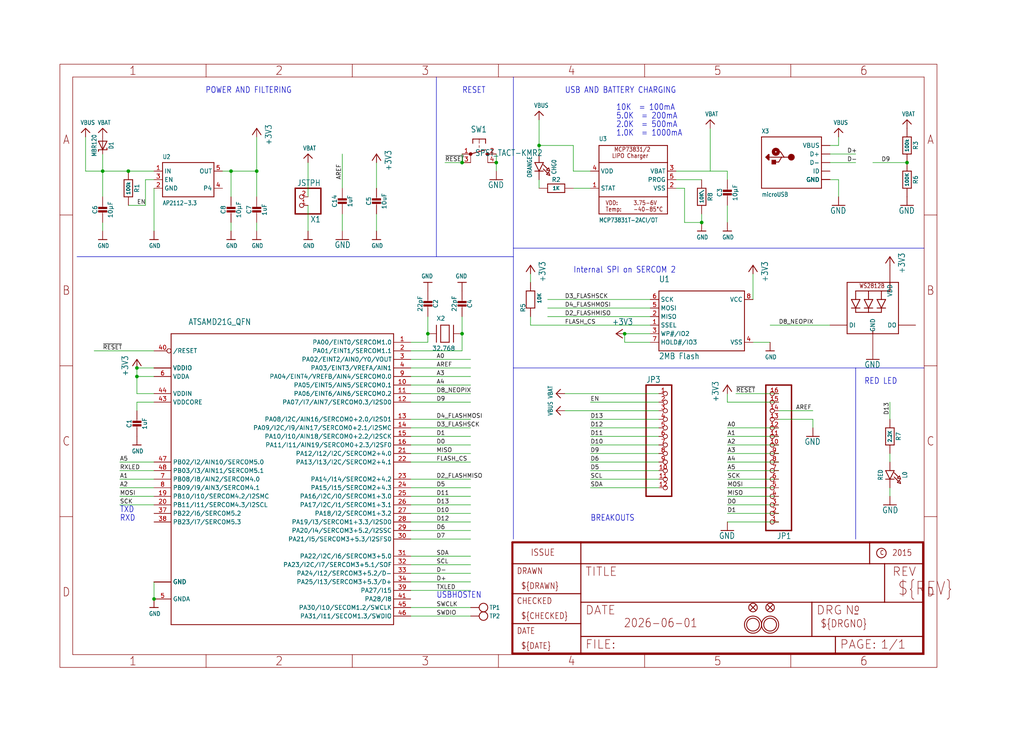
<source format=kicad_sch>
(kicad_sch (version 20230121) (generator eeschema)
  (paper "User" 303.962 217.322)
  (junction (at 160.02 43.18))
  (junction (at 269.24 48.26))
  (junction (at 40.64 109.22))
  (junction (at 137.16 48.26))
  (junction (at 147.32 48.26))
  (junction (at 208.28 66.04))
  (junction (at 127 99.06))
  (junction (at 68.58 50.8))
  (junction (at 30.48 50.8))
  (junction (at 40.64 111.76))
  (junction (at 45.72 177.8))
  (junction (at 38.1 50.8))
  (junction (at 185.42 99.06))
  (junction (at 137.16 99.06))
  (junction (at 76.2 50.8))
  (wire (pts (xy 193.04 88.9) (xy 162.56 88.9)) (stroke (width 0.1524)))
  (wire (pts (xy 121.92 165.1) (xy 139.7 165.1)) (stroke (width 0.1524)))
  (wire (pts (xy 45.72 104.14) (xy 27.94 104.14)) (stroke (width 0.1524)))
  (wire (pts (xy 91.44 48.26) (xy 91.44 58.42)) (stroke (width 0.1524)))
  (wire (pts (xy 121.92 167.64) (xy 139.7 167.64)) (stroke (width 0.1524)))
  (wire (pts (xy 121.92 149.86) (xy 139.7 149.86)) (stroke (width 0.1524)))
  (wire (pts (xy 248.92 43.18) (xy 248.92 40.64)) (stroke (width 0.1524)))
  (wire (pts (xy 264.16 144.78) (xy 264.16 147.32)) (stroke (width 0.1524)))
  (wire (pts (xy 127 101.6) (xy 127 99.06)) (stroke (width 0.1524)))
  (wire (pts (xy 68.58 66.04) (xy 68.58 68.58)) (stroke (width 0.1524)))
  (wire (pts (xy 210.82 38.1) (xy 210.82 50.8)) (stroke (width 0.1524)))
  (wire (pts (xy 121.92 137.16) (xy 139.7 137.16)) (stroke (width 0.1524)))
  (wire (pts (xy 76.2 50.8) (xy 76.2 58.42)) (stroke (width 0.1524)))
  (wire (pts (xy 137.16 99.06) (xy 137.16 93.98)) (stroke (width 0.1524)))
  (wire (pts (xy 91.44 68.58) (xy 91.44 60.96)) (stroke (width 0.1524)))
  (wire (pts (xy 132.08 48.26) (xy 137.16 48.26)) (stroke (width 0.1524)))
  (wire (pts (xy 175.26 137.16) (xy 195.58 137.16)) (stroke (width 0.1524)))
  (wire (pts (xy 147.32 50.8) (xy 147.32 48.26)) (stroke (width 0.1524)))
  (wire (pts (xy 121.92 157.48) (xy 139.7 157.48)) (stroke (width 0.1524)))
  (wire (pts (xy 40.64 111.76) (xy 40.64 109.22)) (stroke (width 0.1524)))
  (wire (pts (xy 210.82 50.8) (xy 200.66 50.8)) (stroke (width 0.1524)))
  (wire (pts (xy 200.66 53.34) (xy 208.28 53.34)) (stroke (width 0.1524)))
  (polyline (pts (xy 274.32 73.66) (xy 152.4 73.66)) (stroke (width 0.1524) (type solid)))
  (wire (pts (xy 66.04 50.8) (xy 68.58 50.8)) (stroke (width 0.1524)))
  (wire (pts (xy 241.3 124.46) (xy 241.3 127)) (stroke (width 0.1524)))
  (wire (pts (xy 231.14 127) (xy 215.9 127)) (stroke (width 0.1524)))
  (wire (pts (xy 248.92 53.34) (xy 248.92 58.42)) (stroke (width 0.1524)))
  (wire (pts (xy 111.76 68.58) (xy 111.76 63.5)) (stroke (width 0.1524)))
  (wire (pts (xy 137.16 48.26) (xy 137.16 45.72)) (stroke (width 0.1524)))
  (wire (pts (xy 162.56 91.44) (xy 193.04 91.44)) (stroke (width 0.1524)))
  (wire (pts (xy 246.38 96.52) (xy 228.6 96.52)) (stroke (width 0.1524)))
  (polyline (pts (xy 129.54 76.2) (xy 129.54 22.86)) (stroke (width 0.1524) (type solid)))
  (wire (pts (xy 175.26 132.08) (xy 195.58 132.08)) (stroke (width 0.1524)))
  (wire (pts (xy 38.1 50.8) (xy 30.48 50.8)) (stroke (width 0.1524)))
  (wire (pts (xy 195.58 142.24) (xy 175.26 142.24)) (stroke (width 0.1524)))
  (wire (pts (xy 193.04 99.06) (xy 185.42 99.06)) (stroke (width 0.1524)))
  (wire (pts (xy 43.18 53.34) (xy 45.72 53.34)) (stroke (width 0.1524)))
  (wire (pts (xy 111.76 55.88) (xy 111.76 48.26)) (stroke (width 0.1524)))
  (wire (pts (xy 167.64 116.84) (xy 195.58 116.84)) (stroke (width 0.1524)))
  (wire (pts (xy 45.72 172.72) (xy 45.72 177.8)) (stroke (width 0.1524)))
  (wire (pts (xy 139.7 144.78) (xy 121.92 144.78)) (stroke (width 0.1524)))
  (wire (pts (xy 40.64 116.84) (xy 40.64 111.76)) (stroke (width 0.1524)))
  (wire (pts (xy 215.9 116.84) (xy 215.9 119.38)) (stroke (width 0.1524)))
  (wire (pts (xy 45.72 111.76) (xy 40.64 111.76)) (stroke (width 0.1524)))
  (wire (pts (xy 121.92 109.22) (xy 139.7 109.22)) (stroke (width 0.1524)))
  (wire (pts (xy 170.18 55.88) (xy 175.26 55.88)) (stroke (width 0.1524)))
  (wire (pts (xy 139.7 132.08) (xy 121.92 132.08)) (stroke (width 0.1524)))
  (wire (pts (xy 45.72 142.24) (xy 35.56 142.24)) (stroke (width 0.1524)))
  (wire (pts (xy 45.72 137.16) (xy 35.56 137.16)) (stroke (width 0.1524)))
  (wire (pts (xy 231.14 132.08) (xy 215.9 132.08)) (stroke (width 0.1524)))
  (wire (pts (xy 215.9 50.8) (xy 210.82 50.8)) (stroke (width 0.1524)))
  (polyline (pts (xy 152.4 109.22) (xy 152.4 76.2)) (stroke (width 0.1524) (type solid)))
  (wire (pts (xy 101.6 63.5) (xy 101.6 68.58)) (stroke (width 0.1524)))
  (wire (pts (xy 30.48 50.8) (xy 30.48 58.42)) (stroke (width 0.1524)))
  (wire (pts (xy 121.92 175.26) (xy 139.7 175.26)) (stroke (width 0.1524)))
  (polyline (pts (xy 254 160.02) (xy 254 109.22)) (stroke (width 0.1524) (type solid)))
  (wire (pts (xy 68.58 58.42) (xy 68.58 50.8)) (stroke (width 0.1524)))
  (wire (pts (xy 121.92 134.62) (xy 139.7 134.62)) (stroke (width 0.1524)))
  (wire (pts (xy 215.9 154.94) (xy 231.14 154.94)) (stroke (width 0.1524)))
  (wire (pts (xy 203.2 55.88) (xy 203.2 66.04)) (stroke (width 0.1524)))
  (wire (pts (xy 208.28 63.5) (xy 208.28 66.04)) (stroke (width 0.1524)))
  (wire (pts (xy 76.2 50.8) (xy 76.2 40.64)) (stroke (width 0.1524)))
  (polyline (pts (xy 254 109.22) (xy 152.4 109.22)) (stroke (width 0.1524) (type solid)))
  (wire (pts (xy 246.38 45.72) (xy 254 45.72)) (stroke (width 0.1524)))
  (polyline (pts (xy 152.4 73.66) (xy 152.4 76.2)) (stroke (width 0.1524) (type solid)))
  (wire (pts (xy 139.7 182.88) (xy 121.92 182.88)) (stroke (width 0.1524)))
  (wire (pts (xy 170.18 43.18) (xy 170.18 50.8)) (stroke (width 0.1524)))
  (wire (pts (xy 215.9 53.34) (xy 215.9 50.8)) (stroke (width 0.1524)))
  (wire (pts (xy 45.72 147.32) (xy 35.56 147.32)) (stroke (width 0.1524)))
  (wire (pts (xy 121.92 180.34) (xy 139.7 180.34)) (stroke (width 0.1524)))
  (wire (pts (xy 246.38 53.34) (xy 248.92 53.34)) (stroke (width 0.1524)))
  (wire (pts (xy 215.9 147.32) (xy 231.14 147.32)) (stroke (width 0.1524)))
  (wire (pts (xy 35.56 144.78) (xy 45.72 144.78)) (stroke (width 0.1524)))
  (wire (pts (xy 76.2 66.04) (xy 76.2 68.58)) (stroke (width 0.1524)))
  (polyline (pts (xy 274.32 109.22) (xy 254 109.22)) (stroke (width 0.1524) (type solid)))
  (wire (pts (xy 231.14 137.16) (xy 215.9 137.16)) (stroke (width 0.1524)))
  (wire (pts (xy 121.92 142.24) (xy 139.7 142.24)) (stroke (width 0.1524)))
  (wire (pts (xy 195.58 129.54) (xy 175.26 129.54)) (stroke (width 0.1524)))
  (wire (pts (xy 45.72 139.7) (xy 35.56 139.7)) (stroke (width 0.1524)))
  (wire (pts (xy 35.56 149.86) (xy 45.72 149.86)) (stroke (width 0.1524)))
  (wire (pts (xy 170.18 50.8) (xy 175.26 50.8)) (stroke (width 0.1524)))
  (wire (pts (xy 185.42 99.06) (xy 185.42 101.6)) (stroke (width 0.1524)))
  (wire (pts (xy 25.4 40.64) (xy 25.4 50.8)) (stroke (width 0.1524)))
  (wire (pts (xy 231.14 149.86) (xy 215.9 149.86)) (stroke (width 0.1524)))
  (polyline (pts (xy 152.4 73.66) (xy 152.4 22.86)) (stroke (width 0.1524) (type solid)))
  (wire (pts (xy 40.64 119.38) (xy 40.64 121.92)) (stroke (width 0.1524)))
  (wire (pts (xy 157.48 96.52) (xy 193.04 96.52)) (stroke (width 0.1524)))
  (polyline (pts (xy 22.86 76.2) (xy 129.54 76.2)) (stroke (width 0.1524) (type solid)))
  (wire (pts (xy 193.04 93.98) (xy 162.56 93.98)) (stroke (width 0.1524)))
  (wire (pts (xy 200.66 55.88) (xy 203.2 55.88)) (stroke (width 0.1524)))
  (wire (pts (xy 25.4 50.8) (xy 30.48 50.8)) (stroke (width 0.1524)))
  (wire (pts (xy 147.32 45.72) (xy 147.32 48.26)) (stroke (width 0.1524)))
  (wire (pts (xy 45.72 116.84) (xy 40.64 116.84)) (stroke (width 0.1524)))
  (wire (pts (xy 121.92 119.38) (xy 139.7 119.38)) (stroke (width 0.1524)))
  (wire (pts (xy 160.02 45.72) (xy 160.02 43.18)) (stroke (width 0.1524)))
  (wire (pts (xy 127 93.98) (xy 127 99.06)) (stroke (width 0.1524)))
  (wire (pts (xy 121.92 147.32) (xy 139.7 147.32)) (stroke (width 0.1524)))
  (wire (pts (xy 45.72 109.22) (xy 40.64 109.22)) (stroke (width 0.1524)))
  (wire (pts (xy 45.72 55.88) (xy 45.72 68.58)) (stroke (width 0.1524)))
  (wire (pts (xy 264.16 134.62) (xy 264.16 137.16)) (stroke (width 0.1524)))
  (wire (pts (xy 139.7 114.3) (xy 121.92 114.3)) (stroke (width 0.1524)))
  (wire (pts (xy 121.92 154.94) (xy 139.7 154.94)) (stroke (width 0.1524)))
  (wire (pts (xy 215.9 139.7) (xy 231.14 139.7)) (stroke (width 0.1524)))
  (wire (pts (xy 101.6 55.88) (xy 101.6 45.72)) (stroke (width 0.1524)))
  (wire (pts (xy 231.14 116.84) (xy 218.44 116.84)) (stroke (width 0.1524)))
  (wire (pts (xy 160.02 35.56) (xy 160.02 43.18)) (stroke (width 0.1524)))
  (wire (pts (xy 68.58 50.8) (xy 76.2 50.8)) (stroke (width 0.1524)))
  (wire (pts (xy 175.26 119.38) (xy 195.58 119.38)) (stroke (width 0.1524)))
  (wire (pts (xy 139.7 124.46) (xy 121.92 124.46)) (stroke (width 0.1524)))
  (wire (pts (xy 121.92 111.76) (xy 139.7 111.76)) (stroke (width 0.1524)))
  (wire (pts (xy 231.14 142.24) (xy 215.9 142.24)) (stroke (width 0.1524)))
  (wire (pts (xy 215.9 152.4) (xy 231.14 152.4)) (stroke (width 0.1524)))
  (wire (pts (xy 203.2 66.04) (xy 208.28 66.04)) (stroke (width 0.1524)))
  (wire (pts (xy 121.92 170.18) (xy 139.7 170.18)) (stroke (width 0.1524)))
  (wire (pts (xy 45.72 119.38) (xy 40.64 119.38)) (stroke (width 0.1524)))
  (wire (pts (xy 157.48 93.98) (xy 157.48 96.52)) (stroke (width 0.1524)))
  (wire (pts (xy 45.72 50.8) (xy 38.1 50.8)) (stroke (width 0.1524)))
  (wire (pts (xy 264.16 124.46) (xy 264.16 119.38)) (stroke (width 0.1524)))
  (wire (pts (xy 223.52 81.28) (xy 223.52 88.9)) (stroke (width 0.1524)))
  (polyline (pts (xy 152.4 160.02) (xy 152.4 109.22)) (stroke (width 0.1524) (type solid)))
  (wire (pts (xy 121.92 127) (xy 139.7 127)) (stroke (width 0.1524)))
  (wire (pts (xy 38.1 60.96) (xy 43.18 60.96)) (stroke (width 0.1524)))
  (wire (pts (xy 30.48 66.04) (xy 30.48 68.58)) (stroke (width 0.1524)))
  (wire (pts (xy 269.24 48.26) (xy 259.08 48.26)) (stroke (width 0.1524)))
  (wire (pts (xy 195.58 139.7) (xy 175.26 139.7)) (stroke (width 0.1524)))
  (wire (pts (xy 157.48 81.28) (xy 157.48 83.82)) (stroke (width 0.1524)))
  (wire (pts (xy 160.02 43.18) (xy 170.18 43.18)) (stroke (width 0.1524)))
  (wire (pts (xy 195.58 121.92) (xy 167.64 121.92)) (stroke (width 0.1524)))
  (wire (pts (xy 139.7 172.72) (xy 121.92 172.72)) (stroke (width 0.1524)))
  (wire (pts (xy 228.6 101.6) (xy 223.52 101.6)) (stroke (width 0.1524)))
  (wire (pts (xy 30.48 45.72) (xy 30.48 50.8)) (stroke (width 0.1524)))
  (wire (pts (xy 121.92 106.68) (xy 139.7 106.68)) (stroke (width 0.1524)))
  (wire (pts (xy 121.92 104.14) (xy 137.16 104.14)) (stroke (width 0.1524)))
  (wire (pts (xy 195.58 124.46) (xy 175.26 124.46)) (stroke (width 0.1524)))
  (wire (pts (xy 139.7 152.4) (xy 121.92 152.4)) (stroke (width 0.1524)))
  (wire (pts (xy 121.92 116.84) (xy 139.7 116.84)) (stroke (width 0.1524)))
  (wire (pts (xy 121.92 129.54) (xy 139.7 129.54)) (stroke (width 0.1524)))
  (wire (pts (xy 231.14 124.46) (xy 241.3 124.46)) (stroke (width 0.1524)))
  (wire (pts (xy 215.9 119.38) (xy 231.14 119.38)) (stroke (width 0.1524)))
  (polyline (pts (xy 152.4 76.2) (xy 129.54 76.2)) (stroke (width 0.1524) (type solid)))
  (wire (pts (xy 185.42 101.6) (xy 193.04 101.6)) (stroke (width 0.1524)))
  (wire (pts (xy 215.9 134.62) (xy 231.14 134.62)) (stroke (width 0.1524)))
  (wire (pts (xy 231.14 144.78) (xy 215.9 144.78)) (stroke (width 0.1524)))
  (wire (pts (xy 175.26 127) (xy 195.58 127)) (stroke (width 0.1524)))
  (wire (pts (xy 43.18 60.96) (xy 43.18 53.34)) (stroke (width 0.1524)))
  (wire (pts (xy 246.38 43.18) (xy 248.92 43.18)) (stroke (width 0.1524)))
  (wire (pts (xy 137.16 104.14) (xy 137.16 99.06)) (stroke (width 0.1524)))
  (wire (pts (xy 215.9 129.54) (xy 231.14 129.54)) (stroke (width 0.1524)))
  (wire (pts (xy 160.02 53.34) (xy 160.02 55.88)) (stroke (width 0.1524)))
  (wire (pts (xy 215.9 60.96) (xy 215.9 66.04)) (stroke (width 0.1524)))
  (wire (pts (xy 231.14 121.92) (xy 241.3 121.92)) (stroke (width 0.1524)))
  (wire (pts (xy 121.92 101.6) (xy 127 101.6)) (stroke (width 0.1524)))
  (wire (pts (xy 254 48.26) (xy 246.38 48.26)) (stroke (width 0.1524)))
  (wire (pts (xy 195.58 134.62) (xy 175.26 134.62)) (stroke (width 0.1524)))
  (wire (pts (xy 175.26 144.78) (xy 195.58 144.78)) (stroke (width 0.1524)))
  (wire (pts (xy 121.92 160.02) (xy 139.7 160.02)) (stroke (width 0.1524)))
  (text "2.0K  = 500mA" (at 182.88 38.1 0) (effects (font (size 1.778 1.5113)) (justify left bottom)))
  (text "BREAKOUTS" (at 175.26 154.94 0) (effects (font (size 1.778 1.5113)) (justify left bottom)))
  (text "RXD" (at 35.56 154.94 0) (effects (font (size 1.778 1.5113)) (justify left bottom)))
  (text "Internal SPI on SERCOM 2" (at 170.18 81.28 0) (effects (font (size 1.778 1.5113)) (justify left bottom)))
  (text "USBHOSTEN" (at 129.54 177.8 0) (effects (font (size 1.778 1.5113)) (justify left bottom)))
  (text "USB AND BATTERY CHARGING" (at 167.64 27.94 0) (effects (font (size 1.778 1.5113)) (justify left bottom)))
  (text "RESET" (at 137.16 27.94 0) (effects (font (size 1.778 1.5113)) (justify left bottom)))
  (text "1.0K  = 1000mA" (at 182.88 40.64 0) (effects (font (size 1.778 1.5113)) (justify left bottom)))
  (text "5.0K  = 200mA" (at 182.88 35.56 0) (effects (font (size 1.778 1.5113)) (justify left bottom)))
  (text "POWER AND FILTERING" (at 60.96 27.94 0) (effects (font (size 1.778 1.5113)) (justify left bottom)))
  (text "TXD" (at 35.56 152.4 0) (effects (font (size 1.778 1.5113)) (justify left bottom)))
  (text "10K  = 100mA" (at 182.88 33.02 0) (effects (font (size 1.778 1.5113)) (justify left bottom)))
  (text "RED LED" (at 256.54 114.3 0) (effects (font (size 1.778 1.5113)) (justify left bottom)))
  (label "EN" (at 175.26 119.38 0) (effects (font (size 1.2446 1.2446))))
  (label "D6" (at 175.26 137.16 0) (effects (font (size 1.2446 1.2446))))
  (label "SWDIO" (at 129.54 182.88 0) (effects (font (size 1.2446 1.2446))))
  (label "~{RESET}" (at 30.48 104.14 0) (effects (font (size 1.2446 1.2446))))
  (label "A2" (at 215.9 132.08 0) (effects (font (size 1.2446 1.2446))))
  (label "D3_FLASHSCK" (at 167.64 88.9 0) (effects (font (size 1.2446 1.2446))))
  (label "AREF" (at 101.6 53.34 90) (effects (font (size 1.2446 1.2446))))
  (label "SCK" (at 215.9 142.24 0) (effects (font (size 1.2446 1.2446))))
  (label "SCL" (at 175.26 142.24 0) (effects (font (size 1.2446 1.2446))))
  (label "EN" (at 40.64 60.96 0) (effects (font (size 1.2446 1.2446))))
  (label "A5" (at 35.56 137.16 0) (effects (font (size 1.2446 1.2446))))
  (label "D13" (at 264.16 119.38 270) (effects (font (size 1.2446 1.2446))))
  (label "D5" (at 175.26 139.7 0) (effects (font (size 1.2446 1.2446))))
  (label "D11" (at 129.54 147.32 0) (effects (font (size 1.2446 1.2446))))
  (label "D13" (at 175.26 124.46 0) (effects (font (size 1.2446 1.2446))))
  (label "D10" (at 129.54 152.4 0) (effects (font (size 1.2446 1.2446))))
  (label "SDA" (at 175.26 144.78 0) (effects (font (size 1.2446 1.2446))))
  (label "SCK" (at 35.56 149.86 0) (effects (font (size 1.2446 1.2446))))
  (label "A2" (at 35.56 144.78 0) (effects (font (size 1.2446 1.2446))))
  (label "SWCLK" (at 129.54 180.34 0) (effects (font (size 1.2446 1.2446))))
  (label "SCL" (at 129.54 167.64 0) (effects (font (size 1.2446 1.2446))))
  (label "TXLED" (at 129.54 175.26 0) (effects (font (size 1.2446 1.2446))))
  (label "FLASH_CS" (at 167.64 96.52 0) (effects (font (size 1.2446 1.2446))))
  (label "D6" (at 129.54 157.48 0) (effects (font (size 1.2446 1.2446))))
  (label "A4" (at 215.9 137.16 0) (effects (font (size 1.2446 1.2446))))
  (label "A0" (at 129.54 106.68 0) (effects (font (size 1.2446 1.2446))))
  (label "~{RESET}" (at 132.08 48.26 0) (effects (font (size 1.2446 1.2446))))
  (label "D10" (at 175.26 132.08 0) (effects (font (size 1.2446 1.2446))))
  (label "A3" (at 215.9 134.62 0) (effects (font (size 1.2446 1.2446))))
  (label "D12" (at 129.54 154.94 0) (effects (font (size 1.2446 1.2446))))
  (label "D11" (at 175.26 129.54 0) (effects (font (size 1.2446 1.2446))))
  (label "D-" (at 129.54 170.18 0) (effects (font (size 1.2446 1.2446))))
  (label "A1" (at 35.56 142.24 0) (effects (font (size 1.2446 1.2446))))
  (label "D9" (at 129.54 119.38 0) (effects (font (size 1.2446 1.2446))))
  (label "D0" (at 129.54 132.08 0) (effects (font (size 1.2446 1.2446))))
  (label "D13" (at 129.54 149.86 0) (effects (font (size 1.2446 1.2446))))
  (label "MISO" (at 129.54 134.62 0) (effects (font (size 1.2446 1.2446))))
  (label "MOSI" (at 35.56 147.32 0) (effects (font (size 1.2446 1.2446))))
  (label "D+" (at 129.54 172.72 0) (effects (font (size 1.2446 1.2446))))
  (label "D5" (at 129.54 144.78 0) (effects (font (size 1.2446 1.2446))))
  (label "D2_FLASHMISO" (at 129.54 142.24 0) (effects (font (size 1.2446 1.2446))))
  (label "FLASH_CS" (at 129.54 137.16 0) (effects (font (size 1.2446 1.2446))))
  (label "D4_FLASHMOSI" (at 167.64 91.44 0) (effects (font (size 1.2446 1.2446))))
  (label "AREF" (at 129.54 109.22 0) (effects (font (size 1.2446 1.2446))))
  (label "SDA" (at 129.54 165.1 0) (effects (font (size 1.2446 1.2446))))
  (label "D0" (at 215.9 149.86 0) (effects (font (size 1.2446 1.2446))))
  (label "D9" (at 261.62 48.26 0) (effects (font (size 1.2446 1.2446))))
  (label "D4_FLASHMOSI" (at 129.54 124.46 0) (effects (font (size 1.2446 1.2446))))
  (label "D-" (at 251.46 48.26 0) (effects (font (size 1.2446 1.2446))))
  (label "D12" (at 175.26 127 0) (effects (font (size 1.2446 1.2446))))
  (label "MOSI" (at 215.9 144.78 0) (effects (font (size 1.2446 1.2446))))
  (label "A3" (at 129.54 111.76 0) (effects (font (size 1.2446 1.2446))))
  (label "RXLED" (at 35.56 139.7 0) (effects (font (size 1.2446 1.2446))))
  (label "D1" (at 215.9 152.4 0) (effects (font (size 1.2446 1.2446))))
  (label "D3_FLASHSCK" (at 129.54 127 0) (effects (font (size 1.2446 1.2446))))
  (label "AREF" (at 236.22 121.92 0) (effects (font (size 1.2446 1.2446))))
  (label "A5" (at 215.9 139.7 0) (effects (font (size 1.2446 1.2446))))
  (label "D+" (at 251.46 45.72 0) (effects (font (size 1.2446 1.2446))))
  (label "D8_NEOPIX" (at 231.14 96.52 0) (effects (font (size 1.2446 1.2446))))
  (label "D8_NEOPIX" (at 129.54 116.84 0) (effects (font (size 1.2446 1.2446))))
  (label "D7" (at 129.54 160.02 0) (effects (font (size 1.2446 1.2446))))
  (label "MISO" (at 215.9 147.32 0) (effects (font (size 1.2446 1.2446))))
  (label "D2_FLASHMISO" (at 167.64 93.98 0) (effects (font (size 1.2446 1.2446))))
  (label "A0" (at 215.9 127 0) (effects (font (size 1.2446 1.2446))))
  (label "D9" (at 175.26 134.62 0) (effects (font (size 1.2446 1.2446))))
  (label "A4" (at 129.54 114.3 0) (effects (font (size 1.2446 1.2446))))
  (label "A1" (at 215.9 129.54 0) (effects (font (size 1.2446 1.2446))))
  (label "~{RESET}" (at 218.44 116.84 0) (effects (font (size 1.2446 1.2446))))
  (label "D1" (at 129.54 129.54 0) (effects (font (size 1.2446 1.2446))))
  (symbol (lib_id "working-eagle-import:VREG_SOT23-5") (at 55.88 53.34 0) (unit 1)
    (property "Reference" "U2" (at 48.26 47.244 0) (effects (font (size 1.27 1.0795)) (justify left bottom)))
    (property "Value" "AP2112-3.3" (at 48.26 60.96 0) (effects (font (size 1.27 1.0795)) (justify left bottom)))
    (property "Footprint" "working:SOT23-5" (effects hide))
  )
  (symbol (lib_id "working-eagle-import:supply1_GND") (at 248.92 60.96 0) (unit 1)
    (property "Reference" "#GND1" (effects hide))
    (property "Value" "GND" (at 246.38 63.5 0) (effects (font (size 1.778 1.5113)) (justify left bottom)))
  )
  (symbol (lib_id "working-eagle-import:CAP_CERAMIC0603_NO") (at 137.16 88.9 180) (unit 1)
    (property "Reference" "C4" (at 139.45 90.15 90))
    (property "Value" "22pF" (at 134.86 90.15 90))
    (property "Footprint" "working:0603-NO" (effects hide))
  )
  (symbol (lib_id "working-eagle-import:MOUNTINGHOLE2.5") (at 223.52 185.42 0) (unit 1)
    (property "Reference" "U$31" (effects hide))
    (property "Value" "MOUNTINGHOLE2.5" (effects hide))
    (property "Footprint" "working:MOUNTINGHOLE_2.5_PLATED" (effects hide))
  )
  (symbol (lib_id "working-eagle-import:supply1_GND") (at 101.6 71.12 0) (mirror y) (unit 1)
    (property "Reference" "#GND12" (effects hide))
    (property "Value" "GND" (at 104.14 73.66 0) (effects (font (size 1.778 1.5113)) (justify left bottom)))
  )
  (symbol (lib_id "working-eagle-import:+3V3") (at 223.52 78.74 0) (mirror y) (unit 1)
    (property "Reference" "#+3V5" (effects hide))
    (property "Value" "+3V3" (at 226.06 83.82 90) (effects (font (size 1.778 1.5113)) (justify left bottom)))
  )
  (symbol (lib_id "working-eagle-import:RESISTOR_0603_NOOUT") (at 157.48 88.9 90) (unit 1)
    (property "Reference" "R5" (at 155.9814 92.71 0) (effects (justify left bottom)))
    (property "Value" "10K" (at 160.782 90.17 0) (effects (font (size 1.016 1.016) bold) (justify left bottom)))
    (property "Footprint" "working:0603-NO" (effects hide))
  )
  (symbol (lib_id "working-eagle-import:RESISTOR_0603_NOOUT") (at 165.1 55.88 0) (unit 1)
    (property "Reference" "R2" (at 165.1 53.34 0))
    (property "Value" "1K" (at 165.1 55.88 0) (effects (font (size 1.016 1.016) bold)))
    (property "Footprint" "working:0603-NO" (effects hide))
  )
  (symbol (lib_id "working-eagle-import:XTAL-3.2X1.5") (at 132.08 99.06 0) (unit 1)
    (property "Reference" "X2" (at 129.54 95.25 0) (effects (justify left bottom)))
    (property "Value" "32.768" (at 128.27 104.14 0) (effects (justify left bottom)))
    (property "Footprint" "working:XTAL3215" (effects hide))
  )
  (symbol (lib_id "working-eagle-import:VBUS") (at 160.02 33.02 0) (unit 1)
    (property "Reference" "#U$38" (effects hide))
    (property "Value" "VBUS" (at 158.496 32.004 0) (effects (font (size 1.27 1.0795)) (justify left bottom)))
  )
  (symbol (lib_id "working-eagle-import:RESISTOR_0603_NOOUT") (at 264.16 129.54 270) (unit 1)
    (property "Reference" "R7" (at 266.7 129.54 0))
    (property "Value" "2.2K" (at 264.16 129.54 0) (effects (font (size 1.016 1.016) bold)))
    (property "Footprint" "working:0603-NO" (effects hide))
  )
  (symbol (lib_id "working-eagle-import:CAP_CERAMIC0805-NOOUTLINE") (at 30.48 63.5 0) (unit 1)
    (property "Reference" "C6" (at 28.19 62.25 90))
    (property "Value" "10µF" (at 32.78 62.25 90))
    (property "Footprint" "working:0805-NO" (effects hide))
  )
  (symbol (lib_id "working-eagle-import:CAP_CERAMIC0603_NO") (at 76.2 63.5 0) (unit 1)
    (property "Reference" "C7" (at 73.91 62.25 90))
    (property "Value" "1uF" (at 78.5 62.25 90))
    (property "Footprint" "working:0603-NO" (effects hide))
  )
  (symbol (lib_id "working-eagle-import:VBUS") (at 248.92 38.1 0) (unit 1)
    (property "Reference" "#U$1" (effects hide))
    (property "Value" "VBUS" (at 247.396 37.084 0) (effects (font (size 1.27 1.0795)) (justify left bottom)))
  )
  (symbol (lib_id "working-eagle-import:VBAT") (at 210.82 35.56 0) (unit 1)
    (property "Reference" "#U$39" (effects hide))
    (property "Value" "VBAT" (at 209.296 34.544 0) (effects (font (size 1.27 1.0795)) (justify left bottom)))
  )
  (symbol (lib_id "working-eagle-import:supply1_GND") (at 147.32 53.34 0) (unit 1)
    (property "Reference" "#GND7" (effects hide))
    (property "Value" "GND" (at 144.78 55.88 0) (effects (font (size 1.778 1.5113)) (justify left bottom)))
  )
  (symbol (lib_id "working-eagle-import:ATSAMD21G_QFN") (at 71.12 137.16 0) (unit 1)
    (property "Reference" "U$4" (effects hide))
    (property "Value" "ATSAMD21G_QFN" (at 55.88 96.52 0) (effects (font (size 1.778 1.5113)) (justify left bottom)))
    (property "Footprint" "working:TQFN48_7MM" (effects hide))
  )
  (symbol (lib_id "working-eagle-import:GND") (at 228.6 104.14 0) (unit 1)
    (property "Reference" "#U$26" (effects hide))
    (property "Value" "GND" (at 227.076 106.68 0) (effects (font (size 1.27 1.0795)) (justify left bottom)))
  )
  (symbol (lib_id "working-eagle-import:FRAME_A4") (at 17.78 198.12 0) (unit 1)
    (property "Reference" "#FRAME1" (effects hide))
    (property "Value" "FRAME_A4" (effects hide))
  )
  (symbol (lib_id "working-eagle-import:supply1_GND") (at 241.3 129.54 0) (unit 1)
    (property "Reference" "#GND4" (effects hide))
    (property "Value" "GND" (at 238.76 132.08 0) (effects (font (size 1.778 1.5113)) (justify left bottom)))
  )
  (symbol (lib_id "working-eagle-import:SPST_TACT-KMR2") (at 142.24 45.72 270) (unit 1)
    (property "Reference" "SW1" (at 139.7 39.37 90) (effects (font (size 1.778 1.5113)) (justify left bottom)))
    (property "Value" "SPST_TACT-KMR2" (at 140.97 46.355 90) (effects (font (size 1.778 1.5113)) (justify left bottom)))
    (property "Footprint" "working:KMR2" (effects hide))
  )
  (symbol (lib_id "working-eagle-import:GND") (at 208.28 68.58 0) (unit 1)
    (property "Reference" "#U$36" (effects hide))
    (property "Value" "GND" (at 206.756 71.12 0) (effects (font (size 1.27 1.0795)) (justify left bottom)))
  )
  (symbol (lib_id "working-eagle-import:supply1_GND") (at 215.9 157.48 0) (unit 1)
    (property "Reference" "#GND11" (effects hide))
    (property "Value" "GND" (at 213.36 160.02 0) (effects (font (size 1.778 1.5113)) (justify left bottom)))
  )
  (symbol (lib_id "working-eagle-import:GND") (at 45.72 180.34 0) (unit 1)
    (property "Reference" "#U$5" (effects hide))
    (property "Value" "GND" (at 44.196 182.88 0) (effects (font (size 1.27 1.0795)) (justify left bottom)))
  )
  (symbol (lib_id "working-eagle-import:supply1_GND") (at 269.24 60.96 0) (unit 1)
    (property "Reference" "#GND13" (effects hide))
    (property "Value" "GND" (at 266.7 63.5 0) (effects (font (size 1.778 1.5113)) (justify left bottom)))
  )
  (symbol (lib_id "working-eagle-import:HEADER-1X16ROUND") (at 228.6 137.16 180) (unit 1)
    (property "Reference" "JP1" (at 234.95 158.115 0) (effects (font (size 1.778 1.5113)) (justify left bottom)))
    (property "Value" "HEADER-1X16ROUND" (effects hide))
    (property "Footprint" "working:1X16_ROUND" (effects hide))
  )
  (symbol (lib_id "working-eagle-import:MOUNTINGHOLE2.5") (at 228.6 185.42 0) (unit 1)
    (property "Reference" "U$32" (effects hide))
    (property "Value" "MOUNTINGHOLE2.5" (effects hide))
    (property "Footprint" "working:MOUNTINGHOLE_2.5_PLATED" (effects hide))
  )
  (symbol (lib_id "working-eagle-import:GND") (at 215.9 68.58 0) (unit 1)
    (property "Reference" "#U$33" (effects hide))
    (property "Value" "GND" (at 214.376 71.12 0) (effects (font (size 1.27 1.0795)) (justify left bottom)))
  )
  (symbol (lib_id "working-eagle-import:HEADER-1X12") (at 198.12 132.08 0) (unit 1)
    (property "Reference" "JP3" (at 191.77 113.665 0) (effects (font (size 1.778 1.5113)) (justify left bottom)))
    (property "Value" "HEADER-1X12" (effects hide))
    (property "Footprint" "working:1X12_ROUND" (effects hide))
  )
  (symbol (lib_id "working-eagle-import:VBAT") (at 91.44 45.72 0) (unit 1)
    (property "Reference" "#U$16" (effects hide))
    (property "Value" "VBAT" (at 89.916 44.704 0) (effects (font (size 1.27 1.0795)) (justify left bottom)))
  )
  (symbol (lib_id "working-eagle-import:GND") (at 137.16 83.82 180) (unit 1)
    (property "Reference" "#U$10" (effects hide))
    (property "Value" "GND" (at 138.684 81.28 0) (effects (font (size 1.27 1.0795)) (justify left bottom)))
  )
  (symbol (lib_id "working-eagle-import:MCP73831/2") (at 187.96 53.34 0) (unit 1)
    (property "Reference" "U3" (at 177.8 41.91 0) (effects (font (size 1.27 1.0795)) (justify left bottom)))
    (property "Value" "MCP73831T-2ACI/OT" (at 177.8 66.04 0) (effects (font (size 1.27 1.0795)) (justify left bottom)))
    (property "Footprint" "working:SOT23-5" (effects hide))
  )
  (symbol (lib_id "working-eagle-import:FRAME_A4") (at 152.4 195.58 0) (unit 2)
    (property "Reference" "#FRAME1" (effects hide))
    (property "Value" "FRAME_A4" (effects hide))
  )
  (symbol (lib_id "working-eagle-import:GND") (at 68.58 71.12 0) (unit 1)
    (property "Reference" "#U$29" (effects hide))
    (property "Value" "GND" (at 67.056 73.66 0) (effects (font (size 1.27 1.0795)) (justify left bottom)))
  )
  (symbol (lib_id "working-eagle-import:GND") (at 127 83.82 180) (unit 1)
    (property "Reference" "#U$8" (effects hide))
    (property "Value" "GND" (at 128.524 81.28 0) (effects (font (size 1.27 1.0795)) (justify left bottom)))
  )
  (symbol (lib_id "working-eagle-import:+3V3") (at 40.64 106.68 0) (unit 1)
    (property "Reference" "#+3V3" (effects hide))
    (property "Value" "+3V3" (at 38.1 111.76 90) (effects (font (size 1.778 1.5113)) (justify left bottom)))
  )
  (symbol (lib_id "working-eagle-import:GND") (at 45.72 71.12 0) (unit 1)
    (property "Reference" "#U$30" (effects hide))
    (property "Value" "GND" (at 44.196 73.66 0) (effects (font (size 1.27 1.0795)) (justify left bottom)))
  )
  (symbol (lib_id "working-eagle-import:GND") (at 40.64 132.08 0) (unit 1)
    (property "Reference" "#U$6" (effects hide))
    (property "Value" "GND" (at 39.116 134.62 0) (effects (font (size 1.27 1.0795)) (justify left bottom)))
  )
  (symbol (lib_id "working-eagle-import:VBUS") (at 25.4 38.1 0) (unit 1)
    (property "Reference" "#U$3" (effects hide))
    (property "Value" "VBUS" (at 23.876 37.084 0) (effects (font (size 1.27 1.0795)) (justify left bottom)))
  )
  (symbol (lib_id "working-eagle-import:RESISTOR_0603_NOOUT") (at 269.24 53.34 270) (unit 1)
    (property "Reference" "R6" (at 271.78 53.34 0))
    (property "Value" "100K" (at 269.24 53.34 0) (effects (font (size 1.016 1.016) bold)))
    (property "Footprint" "working:0603-NO" (effects hide))
  )
  (symbol (lib_id "working-eagle-import:+3V3") (at 157.48 78.74 0) (mirror y) (unit 1)
    (property "Reference" "#+3V8" (effects hide))
    (property "Value" "+3V3" (at 160.02 83.82 90) (effects (font (size 1.778 1.5113)) (justify left bottom)))
  )
  (symbol (lib_id "working-eagle-import:CON_JST_PH_2PIN") (at 88.9 58.42 180) (unit 1)
    (property "Reference" "X1" (at 95.25 64.135 0) (effects (font (size 1.778 1.5113)) (justify left bottom)))
    (property "Value" "JSTPH" (at 95.25 53.34 0) (effects (font (size 1.778 1.5113)) (justify left bottom)))
    (property "Footprint" "working:JSTPH2" (effects hide))
  )
  (symbol (lib_id "working-eagle-import:CAP_CERAMIC0805-NOOUTLINE") (at 215.9 58.42 0) (unit 1)
    (property "Reference" "C3" (at 213.61 57.17 90))
    (property "Value" "10µF" (at 218.2 57.17 90))
    (property "Footprint" "working:0805-NO" (effects hide))
  )
  (symbol (lib_id "working-eagle-import:CAP_CERAMIC0603_NO") (at 40.64 127 0) (unit 1)
    (property "Reference" "C1" (at 38.35 125.75 90))
    (property "Value" "1uF" (at 42.94 125.75 90))
    (property "Footprint" "working:0603-NO" (effects hide))
  )
  (symbol (lib_id "working-eagle-import:VBAT") (at 165.1 116.84 90) (unit 1)
    (property "Reference" "#U$20" (effects hide))
    (property "Value" "VBAT" (at 164.084 118.364 0) (effects (font (size 1.27 1.0795)) (justify left bottom)))
  )
  (symbol (lib_id "working-eagle-import:RESISTOR_0603_NOOUT") (at 38.1 55.88 270) (unit 1)
    (property "Reference" "R1" (at 40.64 55.88 0))
    (property "Value" "100k" (at 38.1 55.88 0) (effects (font (size 1.016 1.016) bold)))
    (property "Footprint" "working:0603-NO" (effects hide))
  )
  (symbol (lib_id "working-eagle-import:VBAT") (at 269.24 35.56 0) (unit 1)
    (property "Reference" "#U$2" (effects hide))
    (property "Value" "VBAT" (at 267.716 34.544 0) (effects (font (size 1.27 1.0795)) (justify left bottom)))
  )
  (symbol (lib_id "working-eagle-import:+3V3") (at 111.76 45.72 0) (mirror y) (unit 1)
    (property "Reference" "#+3V2" (effects hide))
    (property "Value" "+3V3" (at 114.3 50.8 90) (effects (font (size 1.778 1.5113)) (justify left bottom)))
  )
  (symbol (lib_id "working-eagle-import:CAP_CERAMIC0805-NOOUTLINE") (at 111.76 60.96 0) (unit 1)
    (property "Reference" "C5" (at 109.47 59.71 90))
    (property "Value" "10uF" (at 114.06 59.71 90))
    (property "Footprint" "working:0805-NO" (effects hide))
  )
  (symbol (lib_id "working-eagle-import:USB_MICRO_20329_V2") (at 236.22 48.26 0) (unit 1)
    (property "Reference" "X3" (at 226.06 39.624 0) (effects (font (size 1.27 1.0795)) (justify left bottom)))
    (property "Value" "microUSB" (at 226.06 58.42 0) (effects (font (size 1.27 1.0795)) (justify left bottom)))
    (property "Footprint" "working:4UCONN_20329_V2" (effects hide))
  )
  (symbol (lib_id "working-eagle-import:+3V3") (at 76.2 38.1 0) (mirror y) (unit 1)
    (property "Reference" "#+3V4" (effects hide))
    (property "Value" "+3V3" (at 78.74 43.18 90) (effects (font (size 1.778 1.5113)) (justify left bottom)))
  )
  (symbol (lib_id "working-eagle-import:DIODE-SCHOTTKYSOD-123") (at 30.48 43.18 270) (unit 1)
    (property "Reference" "D1" (at 33.02 43.18 0) (effects (font (size 1.27 1.0795))))
    (property "Value" "MBR120" (at 27.98 43.18 0) (effects (font (size 1.27 1.0795))))
    (property "Footprint" "working:SOD-123" (effects hide))
  )
  (symbol (lib_id "working-eagle-import:GND") (at 30.48 71.12 0) (unit 1)
    (property "Reference" "#U$27" (effects hide))
    (property "Value" "GND" (at 28.956 73.66 0) (effects (font (size 1.27 1.0795)) (justify left bottom)))
  )
  (symbol (lib_id "working-eagle-import:LED0805_NOOUTLINE") (at 264.16 142.24 270) (unit 1)
    (property "Reference" "L0" (at 268.605 140.97 0) (effects (font (size 1.27 1.0795))))
    (property "Value" "RED" (at 261.366 140.97 0) (effects (font (size 1.27 1.0795))))
    (property "Footprint" "working:CHIPLED_0805_NOOUTLINE" (effects hide))
  )
  (symbol (lib_id "working-eagle-import:+3V3") (at 215.9 114.3 0) (unit 1)
    (property "Reference" "#+3V1" (effects hide))
    (property "Value" "+3V3" (at 213.36 119.38 90) (effects (font (size 1.778 1.5113)) (justify left bottom)))
  )
  (symbol (lib_id "working-eagle-import:CAP_CERAMIC0603_NO") (at 127 88.9 180) (unit 1)
    (property "Reference" "C2" (at 129.29 90.15 90))
    (property "Value" "22pF" (at 124.7 90.15 90))
    (property "Footprint" "working:0603-NO" (effects hide))
  )
  (symbol (lib_id "working-eagle-import:+3V3") (at 264.16 76.2 0) (mirror y) (unit 1)
    (property "Reference" "#+3V6" (effects hide))
    (property "Value" "+3V3" (at 266.7 81.28 90) (effects (font (size 1.778 1.5113)) (justify left bottom)))
  )
  (symbol (lib_id "working-eagle-import:WS2812B3535") (at 259.08 93.98 0) (unit 1)
    (property "Reference" "LED1" (effects hide))
    (property "Value" "WS2812B3535" (effects hide))
    (property "Footprint" "working:LED3535" (effects hide))
  )
  (symbol (lib_id "working-eagle-import:TESTPOINTROUND1.5MM") (at 139.7 182.88 270) (unit 1)
    (property "Reference" "TP2" (at 145.288 182.88 90) (effects (font (size 1.27 1.0795)) (justify left)))
    (property "Value" "TESTPOINTROUND1.5MM" (effects hide))
    (property "Footprint" "working:TESTPOINT_ROUND_1.5MM" (effects hide))
  )
  (symbol (lib_id "working-eagle-import:RESISTOR_0603_NOOUT") (at 269.24 43.18 270) (unit 1)
    (property "Reference" "R3" (at 271.78 43.18 0))
    (property "Value" "100k" (at 269.24 43.18 0) (effects (font (size 1.016 1.016) bold)))
    (property "Footprint" "working:0603-NO" (effects hide))
  )
  (symbol (lib_id "working-eagle-import:CAP_CERAMIC0805-NOOUTLINE") (at 68.58 63.5 0) (unit 1)
    (property "Reference" "C8" (at 66.29 62.25 90))
    (property "Value" "10µF" (at 70.88 62.25 90))
    (property "Footprint" "working:0805-NO" (effects hide))
  )
  (symbol (lib_id "working-eagle-import:GND") (at 91.44 71.12 0) (unit 1)
    (property "Reference" "#U$22" (effects hide))
    (property "Value" "GND" (at 89.916 73.66 0) (effects (font (size 1.27 1.0795)) (justify left bottom)))
  )
  (symbol (lib_id "working-eagle-import:+3V3") (at 182.88 99.06 90) (mirror x) (unit 1)
    (property "Reference" "#+3V7" (effects hide))
    (property "Value" "+3V3" (at 187.96 96.52 90) (effects (font (size 1.778 1.5113)) (justify left bottom)))
  )
  (symbol (lib_id "working-eagle-import:LED0805_NOOUTLINE") (at 160.02 50.8 270) (unit 1)
    (property "Reference" "CHG0" (at 164.465 49.53 0) (effects (font (size 1.27 1.0795))))
    (property "Value" "ORANGE" (at 157.226 49.53 0) (effects (font (size 1.27 1.0795))))
    (property "Footprint" "working:CHIPLED_0805_NOOUTLINE" (effects hide))
  )
  (symbol (lib_id "working-eagle-import:CAP_CERAMIC0603_NO") (at 101.6 60.96 0) (unit 1)
    (property "Reference" "C14" (at 99.31 59.71 90))
    (property "Value" "1uF" (at 103.9 59.71 90))
    (property "Footprint" "working:0603-NO" (effects hide))
  )
  (symbol (lib_id "working-eagle-import:supply1_GND") (at 259.08 106.68 0) (unit 1)
    (property "Reference" "#GND15" (effects hide))
    (property "Value" "GND" (at 256.54 109.22 0) (effects (font (size 1.778 1.5113)) (justify left bottom)))
  )
  (symbol (lib_id "working-eagle-import:VBUS") (at 165.1 121.92 90) (unit 1)
    (property "Reference" "#U$19" (effects hide))
    (property "Value" "VBUS" (at 164.084 123.444 0) (effects (font (size 1.27 1.0795)) (justify left bottom)))
  )
  (symbol (lib_id "working-eagle-import:RESISTOR_0603_NOOUT") (at 208.28 58.42 270) (unit 1)
    (property "Reference" "R8" (at 210.82 58.42 0))
    (property "Value" "10K\\" (at 208.28 58.42 0) (effects (font (size 1.016 1.016) bold)))
    (property "Footprint" "working:0603-NO" (effects hide))
  )
  (symbol (lib_id "working-eagle-import:supply1_GND") (at 264.16 149.86 0) (mirror y) (unit 1)
    (property "Reference" "#GND10" (effects hide))
    (property "Value" "GND" (at 266.7 152.4 0) (effects (font (size 1.778 1.5113)) (justify left bottom)))
  )
  (symbol (lib_id "working-eagle-import:GND") (at 111.76 71.12 0) (unit 1)
    (property "Reference" "#U$11" (effects hide))
    (property "Value" "GND" (at 110.236 73.66 0) (effects (font (size 1.27 1.0795)) (justify left bottom)))
  )
  (symbol (lib_id "working-eagle-import:SPIFLASH_SOIC8208MIL") (at 208.28 96.52 0) (unit 1)
    (property "Reference" "U1" (at 195.58 83.82 0) (effects (font (size 1.778 1.5113)) (justify left bottom)))
    (property "Value" "2MB Flash" (at 195.58 106.68 0) (effects (font (size 1.778 1.5113)) (justify left bottom)))
    (property "Footprint" "working:SOIC8_208MIL" (effects hide))
  )
  (symbol (lib_id "working-eagle-import:VBAT") (at 30.48 38.1 0) (unit 1)
    (property "Reference" "#U$21" (effects hide))
    (property "Value" "VBAT" (at 28.956 37.084 0) (effects (font (size 1.27 1.0795)) (justify left bottom)))
  )
  (symbol (lib_id "working-eagle-import:FIDUCIAL{dblquote}{dblquote}") (at 223.52 180.34 0) (unit 1)
    (property "Reference" "U$35" (effects hide))
    (property "Value" "FIDUCIAL{dblquote}{dblquote}" (effects hide))
    (property "Footprint" "working:FIDUCIAL_1MM" (effects hide))
  )
  (symbol (lib_id "working-eagle-import:FIDUCIAL{dblquote}{dblquote}") (at 228.6 180.34 0) (unit 1)
    (property "Reference" "U$34" (effects hide))
    (property "Value" "FIDUCIAL{dblquote}{dblquote}" (effects hide))
    (property "Footprint" "working:FIDUCIAL_1MM" (effects hide))
  )
  (symbol (lib_id "working-eagle-import:TESTPOINTROUND1.5MM") (at 139.7 180.34 270) (unit 1)
    (property "Reference" "TP1" (at 145.288 180.34 90) (effects (font (size 1.27 1.0795)) (justify left)))
    (property "Value" "TESTPOINTROUND1.5MM" (effects hide))
    (property "Footprint" "working:TESTPOINT_ROUND_1.5MM" (effects hide))
  )
  (symbol (lib_id "working-eagle-import:GND") (at 76.2 71.12 0) (unit 1)
    (property "Reference" "#U$28" (effects hide))
    (property "Value" "GND" (at 74.676 73.66 0) (effects (font (size 1.27 1.0795)) (justify left bottom)))
  )
)
</source>
